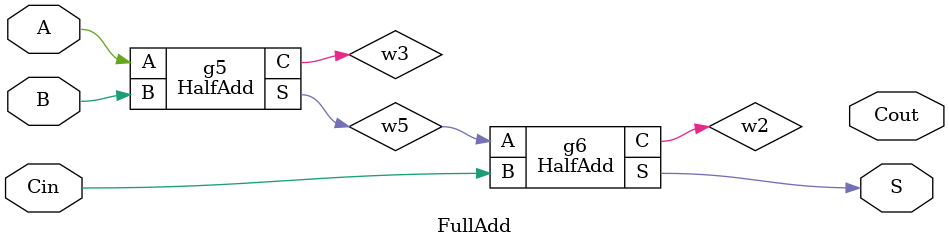
<source format=v>

module HalfAdd(B, A, S, C);
//: interface  /sz:(88, 71) /bd:[ Li0>B(55/71) Li1>A(16/71) Ro0<C(59/71) Ro1<S(12/71) ]
input B;    //: /sn:0 {0}(158,202)(250,202){1}
//: {2}(254,202)(320,202)(320,184)(328,184){3}
//: {4}(252,204)(252,248)(337,248){5}
input A;    //: /sn:0 {0}(157,155)(280,155){1}
//: {2}(284,155)(320,155)(320,179)(328,179){3}
//: {4}(282,157)(282,243)(337,243){5}
output C;    //: /sn:0 {0}(449,246)(358,246){1}
output S;    //: /sn:0 {0}(445,182)(349,182){1}
//: enddecls

  //: joint g4 (A) @(282, 155) /w:[ 2 -1 1 4 ]
  //: input g3 (B) @(156,202) /sn:0 /w:[ 0 ]
  //: input g2 (A) @(155,155) /sn:0 /w:[ 0 ]
  xor g1 (.I0(A), .I1(B), .Z(S));   //: @(339,182) /sn:0 /delay:" 2" /w:[ 3 3 1 ]
  //: output g6 (S) @(442,182) /sn:0 /w:[ 0 ]
  //: output g7 (C) @(446,246) /sn:0 /w:[ 0 ]
  //: joint g5 (B) @(252, 202) /w:[ 2 -1 1 4 ]
  and g0 (.I0(A), .I1(B), .Z(C));   //: @(348,246) /sn:0 /delay:" 1" /w:[ 5 5 1 ]

endmodule

module main;    //: root_module
wire w6;    //: /sn:0 /dp:1 {0}(549,274)(573,274)(573,247){1}
wire w0;    //: /sn:0 {0}(593,121)(593,162){1}
wire w1;    //: /sn:0 {0}(657,205)(614,205){1}
wire w2;    //: /sn:0 /dp:1 {0}(494,186)(494,203)(529,203){1}
wire w5;    //: /sn:0 {0}(549,121)(549,162){1}
//: enddecls

  led g4 (.I(w2));   //: @(494,179) /sn:0 /w:[ 0 ] /type:3
  //: switch g3 (w1) @(675,205) /sn:0 /R:2 /w:[ 0 ] /st:0
  //: switch g2 (w0) @(593,108) /sn:0 /R:3 /w:[ 0 ] /st:1
  //: switch g1 (w5) @(549,108) /sn:0 /R:3 /w:[ 0 ] /st:1
  led g5 (.I(w6));   //: @(542,274) /sn:0 /R:1 /w:[ 0 ] /type:3
  FullAdd g0 (.B(w0), .A(w5), .Cin(w1), .Cout(w2), .S(w6));   //: @(530, 163) /sz:(83, 83) /sn:0 /p:[ Ti0>1 Ti1>1 Ri0>1 Lo0<1 Bo0<1 ]

endmodule

module FullAdd(S, Cout, Cin, B, A);
//: interface  /sz:(83, 83) /bd:[ Ti0>B(63/83) Ti1>A(19/83) Ri0>Cin(42/83) Lo0<Cout(40/83) Bo0<S(43/83) ]
input B;    //: /sn:0 {0}(163,178)(214,178)(214,164)(224,164){1}
input A;    //: /sn:0 {0}(161,128)(224,128){1}
output Cout;    //: /sn:0 {0}(606,274)(567,274){1}
input Cin;    //: /sn:0 {0}(394,222)(182,222)(182,246)(165,246){1}
output S;    //: /sn:0 {0}(565,137)(500,137)(500,185)(484,185){1}
wire w3;    //: /sn:0 /dp:1 {0}(546,276)(318,276)(318,168)(308,168){1}
wire w2;    //: /sn:0 /dp:1 {0}(546,271)(494,271)(494,225)(484,225){1}
wire w5;    //: /sn:0 {0}(308,125)(386,125)(386,188)(394,188){1}
//: enddecls

  //: output g4 (S) @(562,137) /sn:0 /w:[ 0 ]
  //: output g3 (Cout) @(603,274) /sn:0 /w:[ 0 ]
  //: input g2 (Cin) @(163,246) /sn:0 /w:[ 1 ]
  //: input g1 (B) @(161,178) /sn:0 /w:[ 0 ]
  HalfAdd g6 (.A(w5), .B(Cin), .S(S), .C(w2));   //: @(395, 174) /sz:(88, 62) /sn:0 /p:[ Li0>1 Li1>0 Ro0<1 Ro1<1 ]
  or g7 (.I0(w2), .I1(w3), .Z(Cout));   //: @(557,274) /sn:0 /w:[ 0 0 1 ]
  HalfAdd g5 (.A(A), .B(B), .S(w5), .C(w3));   //: @(225, 113) /sz:(82, 66) /sn:0 /p:[ Li0>1 Li1>1 Ro0<0 Ro1<1 ]
  //: input g0 (A) @(159,128) /sn:0 /w:[ 0 ]

endmodule

</source>
